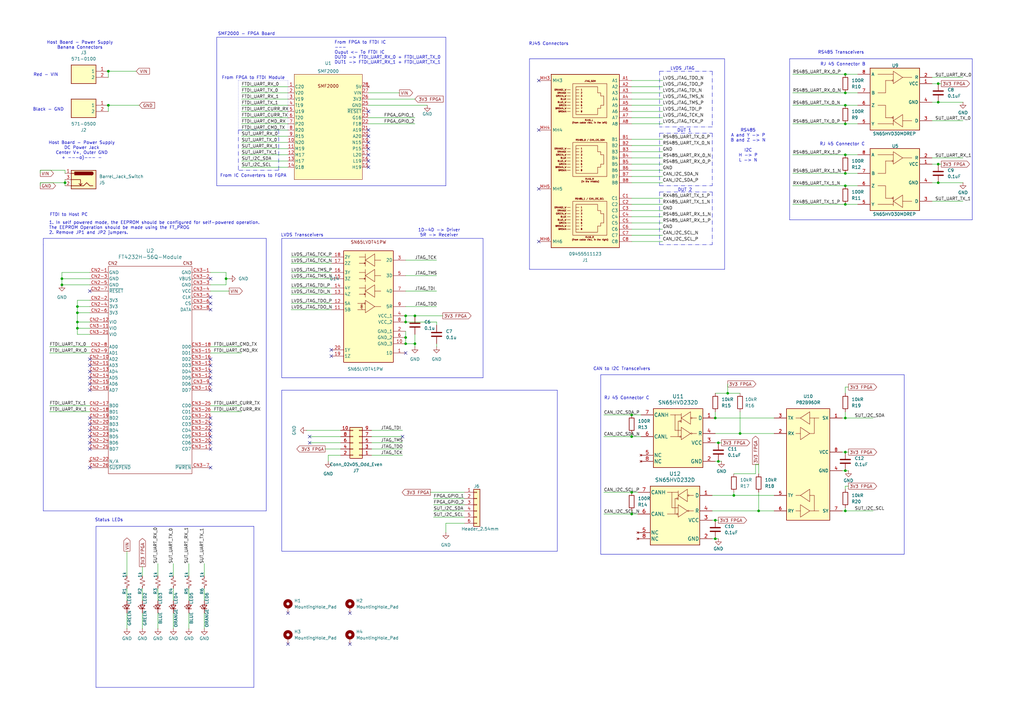
<source format=kicad_sch>
(kicad_sch (version 20231120) (generator "eeschema") (generator_version "8.0")
  (paper "A3")
  (junction (at 384.81 67.31))
  (junction (at 166.37 140.97))
  (junction (at 259.08 201.93))
  (junction (at 293.37 220.98))
  (junction (at 346.71 171.45))
  (junction (at 31.75 134.62))
  (junction (at 300.99 203.2))
  (junction (at 294.64 181.61))
  (junction (at 25.4 114.3))
  (junction (at 293.37 213.36))
  (junction (at 384.81 41.91))
  (junction (at 294.64 189.23))
  (junction (at 384.81 74.93))
  (junction (at 346.71 76.2))
  (junction (at 293.37 171.45))
  (junction (at 166.37 129.54))
  (junction (at 25.4 116.84))
  (junction (at 346.71 50.8))
  (junction (at 166.37 132.08))
  (junction (at 44.45 29.21))
  (junction (at 170.18 129.54))
  (junction (at 346.71 185.42))
  (junction (at 44.45 43.18))
  (junction (at 346.71 83.82))
  (junction (at 311.15 209.55))
  (junction (at 346.71 71.12))
  (junction (at 92.71 114.3))
  (junction (at 31.75 125.73))
  (junction (at 384.81 34.29))
  (junction (at 31.75 132.08))
  (junction (at 298.45 161.29))
  (junction (at 346.71 38.1))
  (junction (at 303.53 177.8))
  (junction (at 259.08 170.18))
  (junction (at 170.18 140.97))
  (junction (at 259.08 179.07))
  (junction (at 346.71 63.5))
  (junction (at 26.67 74.93))
  (junction (at 31.75 128.27))
  (junction (at 259.08 210.82))
  (junction (at 346.71 193.04))
  (junction (at 346.71 43.18))
  (junction (at 346.71 30.48))
  (junction (at 346.71 209.55))
  (junction (at 166.37 138.43))
  (no_connect (at 220.98 53.34))
  (no_connect (at 36.83 179.07))
  (no_connect (at 36.83 181.61))
  (no_connect (at 86.36 149.86))
  (no_connect (at 151.13 68.58))
  (no_connect (at 135.89 146.05))
  (no_connect (at 36.83 154.94))
  (no_connect (at 86.36 171.45))
  (no_connect (at 36.83 160.02))
  (no_connect (at 36.83 119.38))
  (no_connect (at 36.83 171.45))
  (no_connect (at 36.83 152.4))
  (no_connect (at 86.36 184.15))
  (no_connect (at 151.13 63.5))
  (no_connect (at 143.51 264.16))
  (no_connect (at 151.13 53.34))
  (no_connect (at 36.83 149.86))
  (no_connect (at 86.36 179.07))
  (no_connect (at 118.11 251.46))
  (no_connect (at 86.36 152.4))
  (no_connect (at 166.37 144.78))
  (no_connect (at 86.36 127))
  (no_connect (at 36.83 157.48))
  (no_connect (at 86.36 157.48))
  (no_connect (at 36.83 176.53))
  (no_connect (at 220.98 77.47))
  (no_connect (at 143.51 251.46))
  (no_connect (at 127 181.61))
  (no_connect (at 151.13 58.42))
  (no_connect (at 220.98 99.06))
  (no_connect (at 151.13 60.96))
  (no_connect (at 86.36 160.02))
  (no_connect (at 127 179.07))
  (no_connect (at 86.36 191.77))
  (no_connect (at 86.36 181.61))
  (no_connect (at 86.36 147.32))
  (no_connect (at 36.83 184.15))
  (no_connect (at 86.36 154.94))
  (no_connect (at 36.83 173.99))
  (no_connect (at 151.13 55.88))
  (no_connect (at 86.36 124.46))
  (no_connect (at 135.89 143.51))
  (no_connect (at 86.36 173.99))
  (no_connect (at 165.1 179.07))
  (no_connect (at 86.36 176.53))
  (no_connect (at 86.36 114.3))
  (no_connect (at 220.98 33.02))
  (no_connect (at 36.83 191.77))
  (no_connect (at 151.13 66.04))
  (no_connect (at 118.11 264.16))
  (no_connect (at 36.83 147.32))
  (no_connect (at 151.13 45.72))
  (no_connect (at 86.36 121.92))
  (wire (pts (xy 292.1 209.55) (xy 311.15 209.55)))
  (wire (pts (xy 31.75 134.62) (xy 36.83 134.62)))
  (wire (pts (xy 99.06 60.96) (xy 118.11 60.96)))
  (polyline (pts (xy 198.12 97.79) (xy 198.12 154.94)))
  (wire (pts (xy 394.97 82.55) (xy 382.27 82.55)))
  (wire (pts (xy 259.08 83.82) (xy 271.78 83.82)))
  (wire (pts (xy 303.53 168.91) (xy 303.53 177.8)))
  (wire (pts (xy 346.71 171.45) (xy 358.14 171.45)))
  (wire (pts (xy 36.83 137.16) (xy 31.75 137.16)))
  (wire (pts (xy 259.08 170.18) (xy 262.89 170.18)))
  (wire (pts (xy 166.37 119.38) (xy 179.07 119.38)))
  (wire (pts (xy 182.88 218.44) (xy 182.88 214.63)))
  (wire (pts (xy 44.45 43.18) (xy 44.45 45.72)))
  (wire (pts (xy 351.79 43.18) (xy 346.71 43.18)))
  (wire (pts (xy 44.45 43.18) (xy 57.15 43.18)))
  (wire (pts (xy 346.71 209.55) (xy 358.14 209.55)))
  (wire (pts (xy 293.37 181.61) (xy 294.64 181.61)))
  (wire (pts (xy 394.97 64.77) (xy 382.27 64.77)))
  (wire (pts (xy 351.79 30.48) (xy 346.71 30.48)))
  (wire (pts (xy 346.71 199.39) (xy 347.98 199.39)))
  (polyline (pts (xy 292.1 29.21) (xy 292.1 52.07)) (stroke (width 0) (type dash_dot)))
  (wire (pts (xy 64.77 251.46) (xy 64.77 257.81)))
  (wire (pts (xy 134.62 186.69) (xy 139.7 186.69)))
  (polyline (pts (xy 39.37 215.9) (xy 39.37 281.94)))
  (wire (pts (xy 119.38 127) (xy 135.89 127)))
  (polyline (pts (xy 292.1 52.07) (xy 270.51 52.07)) (stroke (width 0) (type dash_dot)))
  (wire (pts (xy 31.75 128.27) (xy 36.83 128.27)))
  (wire (pts (xy 259.08 35.56) (xy 271.78 35.56)))
  (wire (pts (xy 20.32 166.37) (xy 36.83 166.37)))
  (wire (pts (xy 52.07 226.06) (xy 52.07 236.22)))
  (wire (pts (xy 293.37 161.29) (xy 298.45 161.29)))
  (wire (pts (xy 182.88 214.63) (xy 190.5 214.63)))
  (wire (pts (xy 259.08 45.72) (xy 271.78 45.72)))
  (wire (pts (xy 77.47 231.14) (xy 77.47 236.22)))
  (polyline (pts (xy 270.51 54.61) (xy 292.1 54.61)) (stroke (width 0) (type dash_dot)))
  (wire (pts (xy 83.82 231.14) (xy 83.82 236.22)))
  (wire (pts (xy 92.71 111.76) (xy 92.71 114.3)))
  (wire (pts (xy 346.71 199.39) (xy 346.71 200.66)))
  (wire (pts (xy 99.06 66.04) (xy 118.11 66.04)))
  (polyline (pts (xy 270.51 29.21) (xy 270.51 52.07)) (stroke (width 0) (type dash_dot)))
  (polyline (pts (xy 370.84 153.67) (xy 370.84 227.33)))
  (wire (pts (xy 20.32 168.91) (xy 36.83 168.91)))
  (polyline (pts (xy 115.57 97.79) (xy 198.12 97.79)))
  (wire (pts (xy 346.71 193.04) (xy 347.98 193.04)))
  (wire (pts (xy 351.79 71.12) (xy 346.71 71.12)))
  (wire (pts (xy 99.06 58.42) (xy 118.11 58.42)))
  (wire (pts (xy 20.32 144.78) (xy 36.83 144.78)))
  (wire (pts (xy 99.06 40.64) (xy 118.11 40.64)))
  (wire (pts (xy 177.8 204.47) (xy 190.5 204.47)))
  (wire (pts (xy 259.08 96.52) (xy 271.78 96.52)))
  (polyline (pts (xy 88.9 15.24) (xy 88.9 76.2)))
  (polyline (pts (xy 246.38 153.67) (xy 370.84 153.67)))
  (wire (pts (xy 259.08 177.8) (xy 259.08 179.07)))
  (wire (pts (xy 151.13 48.26) (xy 170.18 48.26)))
  (wire (pts (xy 77.47 251.46) (xy 77.47 257.81)))
  (polyline (pts (xy 292.1 54.61) (xy 292.1 76.2)) (stroke (width 0) (type dash_dot)))
  (wire (pts (xy 36.83 111.76) (xy 25.4 111.76)))
  (wire (pts (xy 25.4 114.3) (xy 25.4 116.84)))
  (wire (pts (xy 346.71 43.18) (xy 325.12 43.18)))
  (wire (pts (xy 166.37 129.54) (xy 170.18 129.54)))
  (wire (pts (xy 99.06 45.72) (xy 118.11 45.72)))
  (wire (pts (xy 346.71 50.8) (xy 325.12 50.8)))
  (wire (pts (xy 298.45 157.48) (xy 298.45 161.29)))
  (polyline (pts (xy 270.51 76.2) (xy 292.1 76.2)) (stroke (width 0) (type dash_dot)))
  (wire (pts (xy 86.36 168.91) (xy 99.06 168.91)))
  (wire (pts (xy 166.37 113.03) (xy 179.07 113.03)))
  (wire (pts (xy 133.35 184.15) (xy 139.7 184.15)))
  (wire (pts (xy 152.4 181.61) (xy 165.1 181.61)))
  (wire (pts (xy 152.4 176.53) (xy 165.1 176.53)))
  (wire (pts (xy 31.75 132.08) (xy 36.83 132.08)))
  (polyline (pts (xy 270.51 29.21) (xy 292.1 29.21)) (stroke (width 0) (type dash_dot)))
  (wire (pts (xy 64.77 231.14) (xy 64.77 236.22)))
  (wire (pts (xy 31.75 128.27) (xy 31.75 132.08)))
  (polyline (pts (xy 88.9 15.24) (xy 182.88 15.24)))
  (wire (pts (xy 166.37 132.08) (xy 179.07 132.08)))
  (wire (pts (xy 293.37 168.91) (xy 293.37 171.45)))
  (wire (pts (xy 16.51 74.93) (xy 26.67 74.93)))
  (wire (pts (xy 346.71 208.28) (xy 346.71 209.55)))
  (wire (pts (xy 99.06 35.56) (xy 118.11 35.56)))
  (wire (pts (xy 127 179.07) (xy 139.7 179.07)))
  (wire (pts (xy 119.38 107.95) (xy 135.89 107.95)))
  (polyline (pts (xy 17.78 209.55) (xy 109.22 209.55)))
  (wire (pts (xy 166.37 138.43) (xy 166.37 140.97)))
  (wire (pts (xy 99.06 50.8) (xy 118.11 50.8)))
  (wire (pts (xy 292.1 220.98) (xy 293.37 220.98)))
  (wire (pts (xy 92.71 116.84) (xy 92.71 114.3)))
  (wire (pts (xy 247.65 170.18) (xy 259.08 170.18)))
  (polyline (pts (xy 115.57 97.79) (xy 115.57 154.94)))
  (wire (pts (xy 170.18 142.24) (xy 170.18 140.97)))
  (wire (pts (xy 259.08 93.98) (xy 271.78 93.98)))
  (polyline (pts (xy 270.51 100.33) (xy 292.1 100.33)) (stroke (width 0) (type dash_dot)))
  (wire (pts (xy 93.98 114.3) (xy 92.71 114.3)))
  (wire (pts (xy 119.38 105.41) (xy 135.89 105.41)))
  (wire (pts (xy 26.67 69.85) (xy 26.67 71.12)))
  (wire (pts (xy 293.37 189.23) (xy 294.64 189.23)))
  (wire (pts (xy 351.79 38.1) (xy 346.71 38.1)))
  (wire (pts (xy 177.8 209.55) (xy 190.5 209.55)))
  (wire (pts (xy 151.13 43.18) (xy 175.26 43.18)))
  (polyline (pts (xy 246.38 153.67) (xy 246.38 227.33)))
  (wire (pts (xy 179.07 132.08) (xy 179.07 133.35)))
  (wire (pts (xy 394.97 41.91) (xy 384.81 41.91)))
  (wire (pts (xy 311.15 194.31) (xy 311.15 190.5)))
  (wire (pts (xy 346.71 83.82) (xy 325.12 83.82)))
  (wire (pts (xy 259.08 91.44) (xy 271.78 91.44)))
  (polyline (pts (xy 370.84 227.33) (xy 246.38 227.33)))
  (polyline (pts (xy 17.78 97.79) (xy 17.78 100.33)))
  (wire (pts (xy 99.06 55.88) (xy 118.11 55.88)))
  (wire (pts (xy 311.15 201.93) (xy 311.15 209.55)))
  (polyline (pts (xy 297.18 24.13) (xy 297.18 110.49)))
  (wire (pts (xy 71.12 241.3) (xy 71.12 246.38)))
  (wire (pts (xy 177.8 212.09) (xy 190.5 212.09)))
  (wire (pts (xy 25.4 116.84) (xy 36.83 116.84)))
  (wire (pts (xy 394.97 49.53) (xy 382.27 49.53)))
  (polyline (pts (xy 398.78 90.17) (xy 323.85 90.17)))
  (polyline (pts (xy 182.88 15.24) (xy 182.88 76.2)))
  (wire (pts (xy 86.36 166.37) (xy 99.06 166.37)))
  (wire (pts (xy 36.83 123.19) (xy 31.75 123.19)))
  (polyline (pts (xy 97.79 33.02) (xy 97.79 53.34)) (stroke (width 0) (type dot)))
  (wire (pts (xy 384.81 34.29) (xy 382.27 34.29)))
  (wire (pts (xy 259.08 74.93) (xy 271.78 74.93)))
  (polyline (pts (xy 217.17 24.13) (xy 217.17 110.49)))
  (polyline (pts (xy 270.51 78.74) (xy 270.51 100.33)) (stroke (width 0) (type dash_dot)))
  (wire (pts (xy 166.37 140.97) (xy 170.18 140.97)))
  (polyline (pts (xy 17.78 100.33) (xy 17.78 209.55)))
  (wire (pts (xy 71.12 251.46) (xy 71.12 257.81)))
  (wire (pts (xy 119.38 124.46) (xy 135.89 124.46)))
  (polyline (pts (xy 97.79 33.02) (xy 118.11 33.02)) (stroke (width 0) (type dot)))
  (wire (pts (xy 170.18 129.54) (xy 181.61 129.54)))
  (wire (pts (xy 259.08 43.18) (xy 271.78 43.18)))
  (wire (pts (xy 26.67 74.93) (xy 26.67 76.2)))
  (polyline (pts (xy 102.87 53.34) (xy 102.87 53.34)))
  (wire (pts (xy 345.44 209.55) (xy 346.71 209.55)))
  (wire (pts (xy 247.65 179.07) (xy 259.08 179.07)))
  (polyline (pts (xy 292.1 78.74) (xy 292.1 100.33)) (stroke (width 0) (type dash_dot)))
  (wire (pts (xy 119.38 118.11) (xy 135.89 118.11)))
  (polyline (pts (xy 323.85 24.13) (xy 323.85 90.17)))
  (wire (pts (xy 119.38 120.65) (xy 135.89 120.65)))
  (wire (pts (xy 351.79 83.82) (xy 346.71 83.82)))
  (wire (pts (xy 259.08 40.64) (xy 271.78 40.64)))
  (wire (pts (xy 151.13 38.1) (xy 163.83 38.1)))
  (wire (pts (xy 99.06 38.1) (xy 118.11 38.1)))
  (wire (pts (xy 247.65 201.93) (xy 259.08 201.93)))
  (wire (pts (xy 384.81 74.93) (xy 382.27 74.93)))
  (wire (pts (xy 31.75 125.73) (xy 31.75 128.27)))
  (wire (pts (xy 16.51 76.2) (xy 16.51 74.93)))
  (polyline (pts (xy 115.57 160.02) (xy 228.6 160.02)))
  (wire (pts (xy 99.06 63.5) (xy 118.11 63.5)))
  (wire (pts (xy 58.42 232.41) (xy 58.42 236.22)))
  (wire (pts (xy 166.37 135.89) (xy 166.37 138.43)))
  (wire (pts (xy 384.81 41.91) (xy 382.27 41.91)))
  (wire (pts (xy 20.32 142.24) (xy 36.83 142.24)))
  (wire (pts (xy 293.37 213.36) (xy 294.64 213.36)))
  (wire (pts (xy 166.37 132.08) (xy 166.37 129.54)))
  (wire (pts (xy 99.06 53.34) (xy 118.11 53.34)))
  (wire (pts (xy 346.71 168.91) (xy 346.71 171.45)))
  (wire (pts (xy 309.88 190.5) (xy 309.88 194.31)))
  (wire (pts (xy 259.08 48.26) (xy 271.78 48.26)))
  (wire (pts (xy 151.13 50.8) (xy 170.18 50.8)))
  (wire (pts (xy 31.75 134.62) (xy 31.75 132.08)))
  (polyline (pts (xy 217.17 24.13) (xy 297.18 24.13)))
  (polyline (pts (xy 39.37 215.9) (xy 104.14 215.9)))
  (wire (pts (xy 247.65 210.82) (xy 259.08 210.82)))
  (wire (pts (xy 294.64 189.23) (xy 295.91 189.23)))
  (wire (pts (xy 259.08 57.15) (xy 271.78 57.15)))
  (wire (pts (xy 86.36 142.24) (xy 99.06 142.24)))
  (wire (pts (xy 259.08 38.1) (xy 271.78 38.1)))
  (wire (pts (xy 345.44 193.04) (xy 346.71 193.04)))
  (wire (pts (xy 99.06 43.18) (xy 118.11 43.18)))
  (polyline (pts (xy 115.57 160.02) (xy 115.57 226.06)))
  (polyline (pts (xy 182.88 76.2) (xy 88.9 76.2)))
  (wire (pts (xy 259.08 64.77) (xy 271.78 64.77)))
  (wire (pts (xy 300.99 194.31) (xy 309.88 194.31)))
  (wire (pts (xy 345.44 185.42) (xy 346.71 185.42)))
  (wire (pts (xy 177.8 207.01) (xy 190.5 207.01)))
  (wire (pts (xy 259.08 210.82) (xy 261.62 210.82)))
  (wire (pts (xy 394.97 31.75) (xy 382.27 31.75)))
  (wire (pts (xy 36.83 114.3) (xy 25.4 114.3)))
  (wire (pts (xy 166.37 125.73) (xy 179.07 125.73)))
  (wire (pts (xy 293.37 220.98) (xy 294.64 220.98)))
  (wire (pts (xy 31.75 137.16) (xy 31.75 134.62)))
  (wire (pts (xy 259.08 67.31) (xy 271.78 67.31)))
  (wire (pts (xy 31.75 125.73) (xy 36.83 125.73)))
  (polyline (pts (xy 323.85 24.13) (xy 398.78 24.13)))
  (polyline (pts (xy 104.14 215.9) (xy 104.14 281.94)))
  (wire (pts (xy 25.4 111.76) (xy 25.4 114.3)))
  (wire (pts (xy 259.08 62.23) (xy 271.78 62.23)))
  (wire (pts (xy 259.08 86.36) (xy 271.78 86.36)))
  (wire (pts (xy 86.36 111.76) (xy 92.71 111.76)))
  (wire (pts (xy 152.4 186.69) (xy 165.1 186.69)))
  (wire (pts (xy 311.15 190.5) (xy 309.88 190.5)))
  (wire (pts (xy 259.08 81.28) (xy 271.78 81.28)))
  (wire (pts (xy 64.77 241.3) (xy 64.77 246.38)))
  (wire (pts (xy 259.08 33.02) (xy 271.78 33.02)))
  (wire (pts (xy 58.42 241.3) (xy 58.42 246.38)))
  (wire (pts (xy 346.71 30.48) (xy 325.12 30.48)))
  (polyline (pts (xy 114.3 53.34) (xy 114.3 69.85)) (stroke (width 0) (type dash_dot)))
  (wire (pts (xy 259.08 50.8) (xy 271.78 50.8)))
  (polyline (pts (xy 398.78 24.13) (xy 398.78 90.17)))
  (wire (pts (xy 26.67 74.93) (xy 26.67 73.66)))
  (wire (pts (xy 152.4 184.15) (xy 165.1 184.15)))
  (polyline (pts (xy 228.6 226.06) (xy 115.57 226.06)))
  (polyline (pts (xy 97.79 53.34) (xy 97.79 69.85)) (stroke (width 0) (type dash_dot)))
  (wire (pts (xy 386.08 67.31) (xy 384.81 67.31)))
  (wire (pts (xy 351.79 76.2) (xy 346.71 76.2)))
  (wire (pts (xy 346.71 63.5) (xy 325.12 63.5)))
  (polyline (pts (xy 104.14 281.94) (xy 39.37 281.94)))
  (wire (pts (xy 125.73 176.53) (xy 139.7 176.53)))
  (wire (pts (xy 99.06 68.58) (xy 118.11 68.58)))
  (wire (pts (xy 86.36 119.38) (xy 93.98 119.38)))
  (wire (pts (xy 294.64 181.61) (xy 295.91 181.61)))
  (wire (pts (xy 293.37 171.45) (xy 317.5 171.45)))
  (wire (pts (xy 351.79 50.8) (xy 346.71 50.8)))
  (wire (pts (xy 259.08 72.39) (xy 271.78 72.39)))
  (polyline (pts (xy 270.51 54.61) (xy 270.51 76.2)) (stroke (width 0) (type dash_dot)))
  (wire (pts (xy 346.71 38.1) (xy 325.12 38.1)))
  (wire (pts (xy 77.47 241.3) (xy 77.47 246.38)))
  (wire (pts (xy 170.18 140.97) (xy 170.18 137.16)))
  (wire (pts (xy 119.38 111.76) (xy 135.89 111.76)))
  (wire (pts (xy 351.79 63.5) (xy 346.71 63.5)))
  (wire (pts (xy 300.99 203.2) (xy 317.5 203.2)))
  (wire (pts (xy 99.06 48.26) (xy 118.11 48.26)))
  (wire (pts (xy 16.51 71.12) (xy 16.51 69.85)))
  (wire (pts (xy 259.08 209.55) (xy 259.08 210.82)))
  (wire (pts (xy 298.45 161.29) (xy 303.53 161.29)))
  (wire (pts (xy 58.42 251.46) (xy 58.42 257.81)))
  (polyline (pts (xy 270.51 78.74) (xy 292.1 78.74)) (stroke (width 0) (type dash_dot)))
  (polyline (pts (xy 114.3 69.85) (xy 97.79 69.85)) (stroke (width 0) (type dash_dot)))
  (wire (pts (xy 311.15 209.55) (xy 317.5 209.55)))
  (wire (pts (xy 152.4 179.07) (xy 165.1 179.07)))
  (wire (pts (xy 44.45 29.21) (xy 55.88 29.21)))
  (polyline (pts (xy 228.6 160.02) (xy 228.6 226.06)))
  (polyline (pts (xy 297.18 110.49) (xy 217.17 110.49)))
  (wire (pts (xy 179.07 142.24) (xy 179.07 140.97)))
  (wire (pts (xy 346.71 76.2) (xy 325.12 76.2)))
  (wire (pts (xy 134.62 186.69) (xy 134.62 189.23)))
  (wire (pts (xy 83.82 241.3) (xy 83.82 246.38)))
  (wire (pts (xy 259.08 59.69) (xy 271.78 59.69)))
  (wire (pts (xy 259.08 179.07) (xy 262.89 179.07)))
  (wire (pts (xy 259.08 99.06) (xy 271.78 99.06)))
  (polyline (pts (xy 17.78 97.79) (xy 109.22 97.79)))
  (wire (pts (xy 44.45 29.21) (xy 44.45 31.75)))
  (wire (pts (xy 345.44 171.45) (xy 346.71 171.45)))
  (wire (pts (xy 151.13 40.64) (xy 170.18 40.64)))
  (wire (pts (xy 303.53 177.8) (xy 317.5 177.8)))
  (wire (pts (xy 86.36 116.84) (xy 92.71 116.84)))
  (wire (pts (xy 386.08 34.29) (xy 384.81 34.29)))
  (wire (pts (xy 346.71 71.12) (xy 325.12 71.12)))
  (wire (pts (xy 119.38 114.3) (xy 135.89 114.3)))
  (polyline (pts (xy 198.12 154.94) (xy 115.57 154.94)))
  (wire (pts (xy 83.82 251.46) (xy 83.82 257.81)))
  (wire (pts (xy 292.1 213.36) (xy 293.37 213.36)))
  (polyline (pts (xy 97.79 53.34) (xy 114.3 53.34)) (stroke (width 0) (type dash_dot)))
  (wire (pts (xy 176.53 201.93) (xy 190.5 201.93)))
  (wire (pts (xy 347.98 158.75) (xy 346.71 158.75)))
  (wire (pts (xy 52.07 241.3) (xy 52.07 246.38)))
  (wire (pts (xy 384.81 67.31) (xy 382.27 67.31)))
  (wire (pts (xy 300.99 201.93) (xy 300.99 203.2)))
  (wire (pts (xy 346.71 185.42) (xy 347.98 185.42)))
  (wire (pts (xy 16.51 69.85) (xy 26.67 69.85)))
  (wire (pts (xy 86.36 144.78) (xy 99.06 144.78)))
  (wire (pts (xy 293.37 177.8) (xy 303.53 177.8)))
  (wire (pts (xy 292.1 203.2) (xy 300.99 203.2)))
  (wire (pts (xy 261.62 201.93) (xy 259.08 201.93)))
  (wire (pts (xy 259.08 69.85) (xy 271.78 69.85)))
  (wire (pts (xy 166.37 106.68) (xy 179.07 106.68)))
  (wire (pts (xy 127 181.61) (xy 139.7 181.61)))
  (wire (pts (xy 394.97 74.93) (xy 384.81 74.93)))
  (wire (pts (xy 31.75 123.19) (xy 31.75 125.73)))
  (wire (pts (xy 52.07 251.46) (xy 52.07 257.81)))
  (wire (pts (xy 71.12 231.14) (xy 71.12 236.22)))
  (polyline (pts (xy 118.11 53.34) (xy 97.79 53.34)) (stroke (width 0) (type dot)))
  (polyline (pts (xy 109.22 209.55) (xy 109.22 97.79)))
  (wire (pts (xy 346.71 158.75) (xy 346.71 161.29)))
  (wire (pts (xy 259.08 88.9) (xy 271.78 88.9)))
  (polyline (pts (xy 118.11 33.02) (xy 118.11 53.34)) (stroke (width 0) (type dot)))
  (text "RJ45 Connectors" (at 225.044 18.034 0) (effects (font (size 1.27 1.27))))
  (text "Status LEDs" (at 44.704 213.36 0) (effects (font (size 1.27 1.27))))
  (text "RJ 45 Connector B" (at 345.694 26.416 0) (effects (font (size 1.27 1.27))))
  (text "Black - GND" (at 19.812 44.958 0) (effects (font (size 1.27 1.27))))
  (text "SMF2000 - FPGA Board" (at 101.092 13.97 0) (effects (font (size 1.27 1.27))))
  (text "1D-4D -> Driver\n5R -> Receiver" (at 180.086 95.504 0) (effects (font (size 1.27 1.27))))
  (text "1. In self powered mode, the EEPROM should be configured for self-powered operation.\nThe EEPROM Operation should be made using the FT_PROG\n2. Remove JP1 and JP2 jumpers." (at 20.066 93.472 0) (effects (font (size 1.27 1.27)) (justify left)))
  (text "Host Board - Power Supply\nDC Power Jack\nCenter V+, Outer GND\n+ ---o)--- -" (at 33.528 61.722 0) (effects (font (size 1.27 1.27))))
  (text "DUT 2" (at 280.924 77.978 0) (effects (font (size 1.27 1.27))))
  (text "RJ 45 Connector C" (at 257.048 163.322 0) (effects (font (size 1.27 1.27))))
  (text "LVDS JTAG" (at 279.908 28.194 0) (effects (font (size 1.27 1.27))))
  (text "From IC Converters to FGPA\n" (at 103.886 72.136 0) (effects (font (size 1.27 1.27))))
  (text "RJ 45 Connector C" (at 345.44 59.182 0) (effects (font (size 1.27 1.27))))
  (text "RS485\nA and Y -> P\nB and Z -> N\n\nI2C\nH -> P\nL -> N" (at 306.832 59.69 0) (effects (font (size 1.27 1.27))))
  (text "Red - VIN" (at 18.796 30.734 0) (effects (font (size 1.27 1.27))))
  (text "CAN to I2C Transceivers" (at 255.016 151.384 0) (effects (font (size 1.27 1.27))))
  (text "LVDS Transceivers" (at 123.952 96.52 0) (effects (font (size 1.27 1.27))))
  (text "FTDI to Host PC" (at 28.194 88.138 0) (effects (font (size 1.27 1.27))))
  (text "Host Board - Power Supply\nBanana Connectors" (at 32.766 18.542 0) (effects (font (size 1.27 1.27))))
  (text "From FPGA to FTDI IC\n---\nOuput <- To FTDI IC\nDUT0 -> FTDI_UART_RX_0 + FTDI_UART_TX_0\nDUT1 -> FTDI_UART_RX_1 + FTDI_UART_TX_1" (at 137.16 21.59 0) (effects (font (size 1.27 1.27)) (justify left)))
  (text "DUT 1" (at 280.67 53.594 0) (effects (font (size 1.27 1.27))))
  (text "From FPGA to FTDI Module\n" (at 103.886 32.004 0) (effects (font (size 1.27 1.27))))
  (text "RS485 Transceivers" (at 344.932 21.59 0) (effects (font (size 1.27 1.27))))
  (label "JTAG_TDI" (at 156.21 176.53 0))
  (label "RX485_UART_TX_1_P" (at 325.12 83.82 0))
  (label "SUT_UART_RX_0" (at 383.54 31.75 0))
  (label "LVDS_JTAG_TDI_N" (at 271.78 38.1 0))
  (label "RX485_UART_TX_1_N" (at 271.78 83.82 0))
  (label "SUT_I2C_SDA" (at 350.52 171.45 0))
  (label "LVDS_JTAG_TCK_P" (at 119.38 105.41 0))
  (label "FPGA_GPIO_1" (at 177.8 204.47 0))
  (label "SUT_I2C_SCL" (at 99.06 68.58 0))
  (label "JTAG_TMS" (at 170.18 113.03 0))
  (label "JTAG_TDO" (at 156.21 184.15 0))
  (label "LVDS_JTAG_TDI_P" (at 119.38 118.11 0))
  (label "CAN_I2C_SCL_P" (at 271.78 99.06 0))
  (label "RS485_UART_RX_0_P" (at 271.78 67.31 0))
  (label "SUT_UART_RX_0" (at 99.06 55.88 0))
  (label "RS485_UART_TX_0_P" (at 325.12 50.8 0))
  (label "RS485_UART_RX_0_N" (at 325.12 38.1 0))
  (label "RS485_UART_RX_0_N" (at 271.78 64.77 0))
  (label "JTAG_TCK" (at 156.21 186.69 0))
  (label "RS485_UART_RX_0_P" (at 325.12 30.48 0))
  (label "FTDI_UART_TX_0" (at 99.06 38.1 0))
  (label "RX485_UART_TX_1_P" (at 271.78 81.28 0))
  (label "LVDS_JTAG_TCK_P" (at 271.78 50.8 0))
  (label "SUT_I2C_SCL" (at 350.52 209.55 0))
  (label "FTDI_UART_TX_0" (at 20.32 142.24 0))
  (label "SUT_I2C_SCL" (at 177.8 212.09 0))
  (label "LVDS_JTAG_TMS_P" (at 119.38 111.76 0))
  (label "CAN_I2C_SCL_P" (at 247.65 201.93 0))
  (label "JTAG_TDO" (at 170.18 125.73 0))
  (label "CAN_I2C_SCL_N" (at 271.78 96.52 0))
  (label "JTAG_TCK" (at 170.18 106.68 0))
  (label "RS485_UART_RX_1_N" (at 271.78 88.9 0))
  (label "SUT_I2C_SDA" (at 177.8 209.55 0))
  (label "LVDS_JTAG_TMS_P" (at 271.78 43.18 0))
  (label "SUT_UART_RX_0" (at 64.77 231.14 90))
  (label "GND" (at 271.78 62.23 0))
  (label "LVDS_JTAG_TCK_N" (at 119.38 107.95 0))
  (label "SUT_UART_TX_0" (at 99.06 58.42 0))
  (label "FPGA_GPIO_2" (at 177.8 207.01 0))
  (label "FTDI_UART_CURR_TX" (at 87.63 166.37 0))
  (label "GND" (at 271.78 86.36 0))
  (label "CAN_I2C_SCL_N" (at 247.65 210.82 0))
  (label "FTDI_UART_CURR_RX" (at 87.63 168.91 0))
  (label "GND" (at 271.78 69.85 0))
  (label "RX485_UART_TX_1_N" (at 325.12 76.2 0))
  (label "RS485_UART_RX_1_P" (at 325.12 63.5 0))
  (label "FPGA_GPIO_1" (at 157.48 48.26 0))
  (label "JTAG_TDI" (at 170.18 119.38 0))
  (label "LVDS_JTAG_TDO_P" (at 119.38 124.46 0))
  (label "FTDI_UART_TX_1" (at 99.06 43.18 0))
  (label "RS485_UART_TX_0_N" (at 325.12 43.18 0))
  (label "RS485_UART_RX_1_N" (at 325.12 71.12 0))
  (label "SUT_UART_TX_1" (at 383.54 82.55 0))
  (label "FTDI_UART_RX_0" (at 20.32 144.78 0))
  (label "SUT_UART_TX_0" (at 383.54 49.53 0))
  (label "LVDS_JTAG_TDI_P" (at 271.78 45.72 0))
  (label "LVDS_JTAG_TDO_N" (at 271.78 33.02 0))
  (label "CAN_I2C_SDA_N" (at 271.78 72.39 0))
  (label "SUT_UART_RX_1" (at 77.47 231.14 90))
  (label "SUT_UART_RX_1" (at 99.06 60.96 0))
  (label "RS485_UART_RX_1_P" (at 271.78 91.44 0))
  (label "SUT_UART_TX_1" (at 83.82 231.14 90))
  (label "FTDI_UART_RX_0" (at 99.06 35.56 0))
  (label "FPGA_GPIO_2" (at 157.48 50.8 0))
  (label "CAN_I2C_SDA_N" (at 247.65 179.07 0))
  (label "JTAG_TMS" (at 156.21 181.61 0))
  (label "LVDS_JTAG_TMS_N" (at 271.78 40.64 0))
  (label "RS485_UART_TX_0_N" (at 271.78 59.69 0))
  (label "LVDS_JTAG_TCK_N" (at 271.78 48.26 0))
  (label "LVDS_JTAG_TDO_P" (at 271.78 35.56 0))
  (label "SUT_UART_RX_1" (at 383.54 64.77 0))
  (label "FTDI_UART_CURR_TX" (at 99.06 48.26 0))
  (label "GND" (at 271.78 93.98 0))
  (label "RS485_UART_TX_0_P" (at 271.78 57.15 0))
  (label "SUT_UART_TX_1" (at 99.06 63.5 0))
  (label "SUT_UART_TX_0" (at 71.12 231.14 90))
  (label "FTDI_UART_CMD_RX" (at 99.06 50.8 0))
  (label "CAN_I2C_SDA_P" (at 271.78 74.93 0))
  (label "SUT_I2C_SDA" (at 99.06 66.04 0))
  (label "FTDI_UART_RX_1" (at 99.06 40.64 0))
  (label "LVDS_JTAG_TDO_N" (at 119.38 127 0))
  (label "FTDI_UART_TX_1" (at 20.32 166.37 0))
  (label "FTDI_UART_CMD_TX" (at 87.63 142.24 0))
  (label "LVDS_JTAG_TMS_N" (at 119.38 114.3 0))
  (label "FTDI_UART_RX_1" (at 20.32 168.91 0))
  (label "FTDI_UART_CURR_RX" (at 99.06 45.72 0))
  (label "LVDS_JTAG_TDI_N" (at 119.38 120.65 0))
  (label "FTDI_UART_CMD_TX" (at 99.06 53.34 0))
  (label "FTDI_UART_CMD_RX" (at 87.63 144.78 0))
  (label "CAN_I2C_SDA_P" (at 247.65 170.18 0))
  (global_label "3V3 FPGA" (shape output) (at 347.98 199.39 0) (property "Intersheetrefs" "${INTERSHEET_REFS}" (effects (hide yes))))
  (global_label "3V3 FPGA" (shape input) (at 170.18 40.64 0) (property "Intersheetrefs" "${INTERSHEET_REFS}" (effects (hide yes))))
  (global_label "GND" (shape output) (at 16.51 76.2 0) (property "Intersheetrefs" "${INTERSHEET_REFS}" (effects (hide yes))))
  (global_label "GND" (shape input) (at 57.15 43.18 0) (property "Intersheetrefs" "${INTERSHEET_REFS}" (effects (hide yes))))
  (global_label "3V3 FPGA" (shape output) (at 386.08 34.29 0) (property "Intersheetrefs" "${INTERSHEET_REFS}" (effects (hide yes))))
  (global_label "3V3 FPGA" (shape output) (at 347.98 158.75 0) (property "Intersheetrefs" "${INTERSHEET_REFS}" (effects (hide yes))))
  (global_label "VIN" (shape output) (at 16.51 71.12 0) (property "Intersheetrefs" "${INTERSHEET_REFS}" (effects (hide yes))))
  (global_label "3V3 FPGA" (shape output) (at 347.98 185.42 0) (property "Intersheetrefs" "${INTERSHEET_REFS}" (effects (hide yes))))
  (global_label "3V3 FPGA" (shape output) (at 181.61 129.54 0) (property "Intersheetrefs" "${INTERSHEET_REFS}" (effects (hide yes))))
  (global_label "3V3 FPGA" (shape output) (at 298.45 157.48 0) (property "Intersheetrefs" "${INTERSHEET_REFS}" (effects (hide yes))))
  (global_label "3V3 FPGA" (shape output) (at 386.08 67.31 0) (property "Intersheetrefs" "${INTERSHEET_REFS}" (effects (hide yes))))
  (global_label "VIN" (shape input) (at 55.88 29.21 0) (property "Intersheetrefs" "${INTERSHEET_REFS}" (effects (hide yes))))
  (global_label "3V3 FPGA" (shape output) (at 295.91 181.61 0) (property "Intersheetrefs" "${INTERSHEET_REFS}" (effects (hide yes))))
  (global_label "3V3 FPGA" (shape output) (at 294.64 213.36 0) (property "Intersheetrefs" "${INTERSHEET_REFS}" (effects (hide yes))))
  (global_label "VIN" (shape output) (at 93.98 119.38 0) (property "Intersheetrefs" "${INTERSHEET_REFS}" (effects (hide yes))))
  (global_label "3V3 FPGA" (shape output) (at 133.35 184.15 180) (property "Intersheetrefs" "${INTERSHEET_REFS}" (effects (hide yes))))
  (global_label "VIN" (shape output) (at 163.83 38.1 0) (property "Intersheetrefs" "${INTERSHEET_REFS}" (effects (hide yes))))
  (global_label "3V3 FPGA" (shape output) (at 58.42 232.41 90) (property "Intersheetrefs" "${INTERSHEET_REFS}" (effects (hide yes))))
  (global_label "3V3 FPGA" (shape output) (at 176.53 201.93 180) (property "Intersheetrefs" "${INTERSHEET_REFS}" (effects (hide yes))))
  (global_label "VIN" (shape output) (at 52.07 226.06 90) (property "Intersheetrefs" "${INTERSHEET_REFS}" (effects (hide yes))))
  (global_label "3V3 FPGA" (shape output) (at 309.88 190.5 90) (property "Intersheetrefs" "${INTERSHEET_REFS}" (effects (hide yes))))
  (symbol (lib_id "Banana Connector Red - 571-0500:571-0500") (at 44.45 43.18 0) (mirror y) (unit 1)
    (property "Reference" "J2" (at 34.29 53.34 0))
    (property "Value" "571-0500" (at 34.29 50.8 0))
    (property "Footprint" "Exp_board_host:5710500" (effects (hide yes)))
    (property "Datasheet" "https://componentsearchengine.com/Datasheets/1/571-0500.pdf" (effects (hide yes)))
    (property "Description" "Test Sockets SINGLE PCB SOCK RED" (effects (hide yes)))
    (property "Height" "12.4" (effects (hide yes)))
    (property "Mouser Part Number" "164-6219" (effects (hide yes)))
    (property "Mouser Price/Stock" "https://www.mouser.co.uk/ProductDetail/Deltron/571-0500?qs=E2gf03EXmtqN5S6PKlh9vA%3D%3D" (effects (hide yes)))
    (property "Manufacturer_Name" "DELTRON COMPONENTS" (effects (hide yes)))
    (property "Manufacturer_Part_Number" "571-0500" (effects (hide yes)))
  )
  (symbol (lib_id "Device:C") (at 384.81 71.12 0) (unit 1)
    (property "Reference" "C9" (at 388.62 69.8499 0) (effects (justify left)))
    (property "Value" "0.1uF" (at 388.62 72.3899 0) (effects (justify left)))
    (property "Footprint" "Capacitor_SMD:C_0805_2012Metric_Pad1.18x1.45mm_HandSolder" (effects (hide yes)))
    (property "Description" "Unpolarized capacitor" (effects (hide yes)))
  )
  (symbol (lib_id "Device:LED_Small") (at 58.42 248.92 90) (unit 1)
    (property "Reference" "LED2" (at 59.436 245.364 0))
    (property "Value" "GREEN" (at 59.436 253.492 0))
    (property "Footprint" "LED_SMD:LED_0805_2012Metric_Pad1.15x1.40mm_HandSolder" (effects (hide yes)))
    (property "Description" "Light emitting diode, small symbol" (effects (hide yes)))
  )
  (symbol (lib_id "Device:C") (at 384.81 38.1 0) (unit 1)
    (property "Reference" "C8" (at 388.62 36.8299 0) (effects (justify left)))
    (property "Value" "0.1uF" (at 388.62 39.3699 0) (effects (justify left)))
    (property "Footprint" "Capacitor_SMD:C_0805_2012Metric_Pad1.18x1.45mm_HandSolder" (effects (hide yes)))
    (property "Description" "Unpolarized capacitor" (effects (hide yes)))
  )
  (symbol (lib_id "Device:R_Small_US") (at 83.82 238.76 0) (mirror y) (unit 1)
    (property "Reference" "R6" (at 82.804 243.84 90) (effects (justify left)))
    (property "Value" "1k" (at 82.804 236.982 90) (effects (justify left)))
    (property "Footprint" "Resistor_SMD:R_0805_2012Metric_Pad1.20x1.40mm_HandSolder" (effects (hide yes)))
    (property "Description" "Resistor, small US symbol" (effects (hide yes)))
  )
  (symbol (lib_id "SN65LVDT41PW - Four LVDS drivers + One receiver:SN65LVDT41PW") (at 151.13 121.92 0) (mirror y) (unit 1)
    (property "Reference" "U14" (at 137.16 114.3 0))
    (property "Value" "SN65LVDT41PW" (at 149.86 151.384 0))
    (property "Footprint" "Exp_board_host:SN65LVDT41PW" (effects (hide yes)))
    (property "Datasheet" "http://www.ti.com/lit/gpn/sn65lvdt41" (effects (hide yes)))
    (property "Description" "Texas Instruments SN65LVDT41PW, LVDS Transceiver, 3  3.6 V, 20-Pin, TSSOP" (effects (hide yes)))
    (property "Height" "1.2" (effects (hide yes)))
    (property "Mouser Part Number" "595-SN65LVDT41PW" (effects (hide yes)))
    (property "Mouser Price/Stock" "https://www.mouser.co.uk/ProductDetail/Texas-Instruments/SN65LVDT41PW?qs=QViXGNcIEAu2oZm1OztEtQ%3D%3D" (effects (hide yes)))
    (property "Manufacturer_Name" "Texas Instruments" (effects (hide yes)))
    (property "Manufacturer_Part_Number" "SN65LVDT41PW" (effects (hide yes)))
  )
  (symbol (lib_id "Device:R") (at 346.71 204.47 0) (mirror y) (unit 1)
    (property "Reference" "R20" (at 349.25 205.7401 0) (effects (justify right)))
    (property "Value" "10kR" (at 349.25 203.2001 0) (effects (justify right)))
    (property "Footprint" "Resistor_SMD:R_0805_2012Metric_Pad1.20x1.40mm_HandSolder" (effects (hide yes)))
    (property "Description" "Resistor" (effects (hide yes)))
  )
  (symbol (lib_id "SN65HVD232D - I2C to CAN:SN65HVD232D") (at 293.37 213.36 0) (mirror y) (unit 1)
    (property "Reference" "U12" (at 276.86 194.31 0) (effects (font (size 1.524 1.524))))
    (property "Value" "SN65HVD232D" (at 276.86 196.85 0) (effects (font (size 1.524 1.524))))
    (property "Footprint" "Exp_board_host:SN65HVD232D" (effects (hide yes)))
  )
  (symbol (lib_id "power:GND") (at 347.98 193.04 0) (unit 1)
    (property "Reference" "#PWR020" (effects (hide yes)))
    (property "Value" "GND" (at 347.98 197.104 0))
    (property "Description" "Power symbol creates a global label with name \"GND\" , ground" (effects (hide yes)))
  )
  (symbol (lib_id "power:GND") (at 394.97 41.91 0) (unit 1)
    (property "Reference" "#PWR01" (effects (hide yes)))
    (property "Value" "GND" (at 394.97 46.228 0))
    (property "Description" "Power symbol creates a global label with name \"GND\" , ground" (effects (hide yes)))
  )
  (symbol (lib_id "Device:R") (at 311.15 198.12 0) (mirror y) (unit 1)
    (property "Reference" "R18" (at 313.69 199.3901 0) (effects (justify right)))
    (property "Value" "10kR" (at 313.69 196.8501 0) (effects (justify right)))
    (property "Footprint" "Resistor_SMD:R_0805_2012Metric_Pad1.20x1.40mm_HandSolder" (effects (hide yes)))
    (property "Description" "Resistor" (effects (hide yes)))
  )
  (symbol (lib_id "Device:LED_Small") (at 64.77 248.92 90) (unit 1)
    (property "Reference" "LED3" (at 65.786 245.364 0))
    (property "Value" "BLUE" (at 65.786 253.492 0))
    (property "Footprint" "LED_SMD:LED_0805_2012Metric_Pad1.15x1.40mm_HandSolder" (effects (hide yes)))
    (property "Description" "Light emitting diode, small symbol" (effects (hide yes)))
  )
  (symbol (lib_id "power:GND") (at 77.47 257.81 0) (unit 1)
    (property "Reference" "#PWR010" (effects (hide yes)))
    (property "Value" "GND" (at 77.47 261.874 0))
    (property "Description" "Power symbol creates a global label with name \"GND\" , ground" (effects (hide yes)))
  )
  (symbol (lib_id "Connector_Generic:Conn_01x06") (at 195.58 207.01 0) (unit 1)
    (property "Reference" "J6" (at 194.31 199.39 0) (effects (justify left)))
    (property "Value" "Header_2.54mm" (at 189.23 216.916 0) (effects (justify left)))
    (property "Footprint" "Connector_PinHeader_2.54mm:PinHeader_1x06_P2.54mm_Vertical" (effects (hide yes)))
    (property "Description" "Generic connector, single row, 01x06, script generated (kicad-library-utils/schlib/autogen/connector/)" (effects (hide yes)))
  )
  (symbol (lib_id "Banana Connector Red - 571-0500:571-0500") (at 44.45 29.21 0) (mirror y) (unit 1)
    (property "Reference" "J3" (at 34.29 21.59 0))
    (property "Value" "571-0100" (at 34.29 24.13 0))
    (property "Footprint" "Exp_board_host:5710500" (effects (hide yes)))
    (property "Datasheet" "https://componentsearchengine.com/Datasheets/1/571-0500.pdf" (effects (hide yes)))
    (property "Description" "Test Sockets SINGLE PCB SOCK RED" (effects (hide yes)))
    (property "Height" "12.4" (effects (hide yes)))
    (property "Mouser Part Number" "164-6219" (effects (hide yes)))
    (property "Mouser Price/Stock" "https://www.mouser.co.uk/ProductDetail/Deltron/571-0500?qs=E2gf03EXmtqN5S6PKlh9vA%3D%3D" (effects (hide yes)))
    (property "Manufacturer_Name" "DELTRON COMPONENTS" (effects (hide yes)))
    (property "Manufacturer_Part_Number" "571-0500" (effects (hide yes)))
  )
  (symbol (lib_id "Connector_Generic:Conn_02x05_Odd_Even") (at 147.32 181.61 180) (unit 1)
    (property "Reference" "J7" (at 146.05 193.04 0))
    (property "Value" "Conn_02x05_Odd_Even" (at 146.05 190.5 0))
    (property "Footprint" "Connector_IDC:IDC-Header_2x05_P2.54mm_Horizontal" (effects (hide yes)))
    (property "Description" "Generic connector, double row, 02x05, odd/even pin numbering scheme (row 1 odd numbers, row 2 even numbers), script generated (kicad-library-utils/schlib/autogen/connector/)" (effects (hide yes)))
  )
  (symbol (lib_id "power:GND") (at 64.77 257.81 0) (unit 1)
    (property "Reference" "#PWR08" (effects (hide yes)))
    (property "Value" "GND" (at 64.77 261.874 0))
    (property "Description" "Power symbol creates a global label with name \"GND\" , ground" (effects (hide yes)))
  )
  (symbol (lib_id "SN65HVD30MDREP - RS485 IC:SN65HVD30MDREP") (at 377.19 76.2 0) (mirror y) (unit 1)
    (property "Reference" "U5" (at 368.554 59.182 0) (effects (justify left top)))
    (property "Value" "SN65HVD30MDREP" (at 375.666 87.122 0) (effects (justify left top)))
    (property "Footprint" "Exp_board_host:SN65HVD30MDREP" (effects (hide yes)))
    (property "Datasheet" "http://www.ti.com/general/docs/suppproductinfo.tsp?distId=10&gotoUrl=http%3A%2F%2Fwww.ti.com%2Flit%2Fgpn%2Fsn65hvd30-ep" (effects (hide yes)))
    (property "Description" "3.3-V Full-Duplex Rs-485 Driver And Receiver" (effects (hide yes)))
    (property "Manufacturer_Part_Number" "SN65HVD30MDREP" (effects (hide yes)))
  )
  (symbol (lib_id "Device:R_Small_US") (at 58.42 238.76 0) (mirror y) (unit 1)
    (property "Reference" "R2" (at 57.404 243.84 90) (effects (justify left)))
    (property "Value" "1k" (at 57.404 236.982 90) (effects (justify left)))
    (property "Footprint" "Resistor_SMD:R_0805_2012Metric_Pad1.20x1.40mm_HandSolder" (effects (hide yes)))
    (property "Description" "Resistor, small US symbol" (effects (hide yes)))
  )
  (symbol (lib_id "Mechanical:MountingHole_Pad") (at 143.51 248.92 0) (unit 1)
    (property "Reference" "H2" (at 146.05 246.3799 0) (effects (justify left)))
    (property "Value" "MountingHole_Pad" (at 146.05 248.9199 0) (effects (justify left)))
    (property "Footprint" "MountingHole:MountingHole_2.7mm_Pad" (effects (hide yes)))
    (property "Description" "Mounting Hole with connection" (effects (hide yes)))
  )
  (symbol (lib_id "power:GND") (at 179.07 142.24 0) (unit 1)
    (property "Reference" "#PWR017" (effects (hide yes)))
    (property "Value" "GND" (at 179.07 147.32 0))
    (property "Description" "Power symbol creates a global label with name \"GND\" , ground" (effects (hide yes)))
  )
  (symbol (lib_id "SMF2000:SMF2000") (at 134.62 58.42 0) (unit 1)
    (property "Reference" "U1" (at 134.62 25.908 0))
    (property "Value" "SMF2000" (at 134.62 29.21 0))
    (property "Footprint" "SMF2000:SMF2000" (effects (hide yes)))
  )
  (symbol (lib_id "Device:R_Small_US") (at 71.12 238.76 0) (mirror y) (unit 1)
    (property "Reference" "R4" (at 70.104 243.84 90) (effects (justify left)))
    (property "Value" "1k" (at 70.104 236.982 90) (effects (justify left)))
    (property "Footprint" "Resistor_SMD:R_0805_2012Metric_Pad1.20x1.40mm_HandSolder" (effects (hide yes)))
    (property "Description" "Resistor, small US symbol" (effects (hide yes)))
  )
  (symbol (lib_id "Device:LED_Small") (at 52.07 248.92 90) (unit 1)
    (property "Reference" "LED1" (at 53.086 245.364 0))
    (property "Value" "GREEN" (at 53.086 253.492 0))
    (property "Footprint" "LED_SMD:LED_0805_2012Metric_Pad1.15x1.40mm_HandSolder" (effects (hide yes)))
    (property "Description" "Light emitting diode, small symbol" (effects (hide yes)))
  )
  (symbol (lib_id "power:GND") (at 58.42 257.81 0) (unit 1)
    (property "Reference" "#PWR07" (effects (hide yes)))
    (property "Value" "GND" (at 58.42 261.874 0))
    (property "Description" "Power symbol creates a global label with name \"GND\" , ground" (effects (hide yes)))
  )
  (symbol (lib_id "Device:R") (at 259.08 173.99 0) (mirror y) (unit 1)
    (property "Reference" "R13" (at 261.62 175.2601 0) (effects (justify right)))
    (property "Value" "100R" (at 261.62 172.7201 0) (effects (justify right)))
    (property "Footprint" "Resistor_SMD:R_0805_2012Metric_Pad1.20x1.40mm_HandSolder" (effects (hide yes)))
    (property "Description" "Resistor" (effects (hide yes)))
  )
  (symbol (lib_id "Device:LED_Small") (at 71.12 248.92 90) (unit 1)
    (property "Reference" "LED4" (at 72.136 245.364 0))
    (property "Value" "ORANGE" (at 72.136 253.492 0))
    (property "Footprint" "LED_SMD:LED_0805_2012Metric_Pad1.15x1.40mm_HandSolder" (effects (hide yes)))
    (property "Description" "Light emitting diode, small symbol" (effects (hide yes)))
  )
  (symbol (lib_id "power:GND") (at 125.73 176.53 270) (unit 1)
    (property "Reference" "#PWR015" (effects (hide yes)))
    (property "Value" "GND" (at 120.65 176.53 0))
    (property "Description" "Power symbol creates a global label with name \"GND\" , ground" (effects (hide yes)))
  )
  (symbol (lib_id "Device:R") (at 293.37 165.1 0) (mirror y) (unit 1)
    (property "Reference" "R15" (at 295.91 166.3701 0) (effects (justify right)))
    (property "Value" "10kR" (at 295.91 163.8301 0) (effects (justify right)))
    (property "Footprint" "Resistor_SMD:R_0805_2012Metric_Pad1.20x1.40mm_HandSolder" (effects (hide yes)))
    (property "Description" "Resistor" (effects (hide yes)))
  )
  (symbol (lib_id "power:GND") (at 71.12 257.81 0) (unit 1)
    (property "Reference" "#PWR09" (effects (hide yes)))
    (property "Value" "GND" (at 71.12 261.874 0))
    (property "Description" "Power symbol creates a global label with name \"GND\" , ground" (effects (hide yes)))
  )
  (symbol (lib_id "Device:C") (at 293.37 217.17 0) (unit 1)
    (property "Reference" "C10" (at 297.18 215.8999 0) (effects (justify left)))
    (property "Value" "0.1uF" (at 297.18 218.4399 0) (effects (justify left)))
    (property "Footprint" "Capacitor_SMD:C_0805_2012Metric_Pad1.18x1.45mm_HandSolder" (effects (hide yes)))
    (property "Description" "Unpolarized capacitor" (effects (hide yes)))
  )
  (symbol (lib_id "Device:R") (at 259.08 205.74 0) (mirror y) (unit 1)
    (property "Reference" "R14" (at 261.62 207.0101 0) (effects (justify right)))
    (property "Value" "100R" (at 261.62 204.4701 0) (effects (justify right)))
    (property "Footprint" "Resistor_SMD:R_0805_2012Metric_Pad1.20x1.40mm_HandSolder" (effects (hide yes)))
    (property "Description" "Resistor" (effects (hide yes)))
  )
  (symbol (lib_id "Device:C") (at 170.18 133.35 0) (unit 1)
    (property "Reference" "C6" (at 173.99 132.0799 0) (effects (justify left)))
    (property "Value" "0.1u" (at 173.99 134.6199 0) (effects (justify left)))
    (property "Footprint" "Capacitor_SMD:C_0805_2012Metric_Pad1.18x1.45mm_HandSolder" (effects (hide yes)))
    (property "Description" "Unpolarized capacitor" (effects (hide yes)))
  )
  (symbol (lib_id "Device:C") (at 179.07 137.16 0) (unit 1)
    (property "Reference" "C7" (at 182.88 135.8899 0) (effects (justify left)))
    (property "Value" "0.1u" (at 182.88 138.4299 0) (effects (justify left)))
    (property "Footprint" "Capacitor_SMD:C_0805_2012Metric_Pad1.18x1.45mm_HandSolder" (effects (hide yes)))
    (property "Description" "Unpolarized capacitor" (effects (hide yes)))
  )
  (symbol (lib_id "power:GND") (at 170.18 142.24 0) (unit 1)
    (property "Reference" "#PWR016" (effects (hide yes)))
    (property "Value" "GND" (at 170.18 147.32 0))
    (property "Description" "Power symbol creates a global label with name \"GND\" , ground" (effects (hide yes)))
  )
  (symbol (lib_id "power:GND") (at 134.62 189.23 0) (unit 1)
    (property "Reference" "#PWR014" (effects (hide yes)))
    (property "Value" "GND" (at 134.62 194.31 0))
    (property "Description" "Power symbol creates a global label with name \"GND\" , ground" (effects (hide yes)))
  )
  (symbol (lib_id "P82B96DR:P82B96DR") (at 347.98 193.04 0) (mirror y) (unit 1)
    (property "Reference" "U10" (at 331.47 162.56 0))
    (property "Value" "P82B96DR" (at 331.47 165.1 0))
    (property "Footprint" "Exp_board_host:P82B96DR" (effects (hide yes)))
    (property "Datasheet" "http://www.ti.com/lit/gpn/p82b96" (effects (hide yes)))
    (property "Description" "DUAL BIDIRECTIONAL BUS BUFFER" (effects (hide yes)))
    (property "Height" "1.75" (effects (hide yes)))
    (property "Mouser Part Number" "595-P82B96DR" (effects (hide yes)))
    (property "Mouser Price/Stock" "https://www.mouser.co.uk/ProductDetail/Texas-Instruments/P82B96DR?qs=aEuGZpxfbxXIZ74dGyDcwQ%3D%3D" (effects (hide yes)))
    (property "Manufacturer_Name" "Texas Instruments" (effects (hide yes)))
    (property "Manufacturer_Part_Number" "P82B96DR" (effects (hide yes)))
  )
  (symbol (lib_id "power:GND") (at 394.97 74.93 0) (unit 1)
    (property "Reference" "#PWR02" (effects (hide yes)))
    (property "Value" "GND" (at 394.97 78.994 0))
    (property "Description" "Power symbol creates a global label with name \"GND\" , ground" (effects (hide yes)))
  )
  (symbol (lib_id "power:GND") (at 93.98 114.3 90) (unit 1)
    (property "Reference" "#PWR012" (effects (hide yes)))
    (property "Value" "GND" (at 97.79 114.2999 90) (effects (justify right)))
    (property "Description" "Power symbol creates a global label with name \"GND\" , ground" (effects (hide yes)))
  )
  (symbol (lib_id "Device:R") (at 300.99 198.12 0) (mirror y) (unit 1)
    (property "Reference" "R17" (at 303.53 199.3901 0) (effects (justify right)))
    (property "Value" "10kR" (at 303.53 196.8501 0) (effects (justify right)))
    (property "Footprint" "Resistor_SMD:R_0805_2012Metric_Pad1.20x1.40mm_HandSolder" (effects (hide yes)))
    (property "Description" "Resistor" (effects (hide yes)))
  )
  (symbol (lib_id "SN65HVD30MDREP - RS485 IC:SN65HVD30MDREP") (at 377.19 43.18 0) (mirror y) (unit 1)
    (property "Reference" "U9" (at 368.554 26.162 0) (effects (justify left top)))
    (property "Value" "SN65HVD30MDREP" (at 375.666 54.102 0) (effects (justify left top)))
    (property "Footprint" "Exp_board_host:SN65HVD30MDREP" (effects (hide yes)))
    (property "Datasheet" "http://www.ti.com/general/docs/suppproductinfo.tsp?distId=10&gotoUrl=http%3A%2F%2Fwww.ti.com%2Flit%2Fgpn%2Fsn65hvd30-ep" (effects (hide yes)))
    (property "Description" "3.3-V Full-Duplex Rs-485 Driver And Receiver" (effects (hide yes)))
    (property "Manufacturer_Part_Number" "SN65HVD30MDREP" (effects (hide yes)))
  )
  (symbol (lib_id "Mechanical:MountingHole_Pad") (at 143.51 261.62 0) (unit 1)
    (property "Reference" "H4" (at 146.05 259.0799 0) (effects (justify left)))
    (property "Value" "MountingHole_Pad" (at 146.05 261.6199 0) (effects (justify left)))
    (property "Footprint" "MountingHole:MountingHole_2.7mm_Pad" (effects (hide yes)))
    (property "Description" "Mounting Hole with connection" (effects (hide yes)))
  )
  (symbol (lib_id "power:GND") (at 175.26 43.18 0) (unit 1)
    (property "Reference" "#PWR021" (effects (hide yes)))
    (property "Value" "GND" (at 175.26 46.736 0))
    (property "Description" "Power symbol creates a global label with name \"GND\" , ground" (effects (hide yes)))
  )
  (symbol (lib_id "power:GND") (at 52.07 257.81 0) (unit 1)
    (property "Reference" "#PWR06" (effects (hide yes)))
    (property "Value" "GND" (at 52.07 261.874 0))
    (property "Description" "Power symbol creates a global label with name \"GND\" , ground" (effects (hide yes)))
  )
  (symbol (lib_id "Connector:Barrel_Jack_Switch") (at 34.29 73.66 0) (mirror y) (unit 1)
    (property "Reference" "J5" (at 40.64 74.9301 0) (effects (justify right)))
    (property "Value" "Barrel_Jack_Switch" (at 40.64 72.3901 0) (effects (justify right)))
    (property "Footprint" "Connector_BarrelJack:BarrelJack_GCT_DCJ200-10-A_Horizontal" (effects (hide yes)))
    (property "Description" "DC Barrel Jack with an internal switch" (effects (hide yes)))
  )
  (symbol (lib_id "power:GND") (at 295.91 189.23 0) (unit 1)
    (property "Reference" "#PWR019" (effects (hide yes)))
    (property "Value" "GND" (at 295.91 193.294 0))
    (property "Description" "Power symbol creates a global label with name \"GND\" , ground" (effects (hide yes)))
  )
  (symbol (lib_id "Device:C") (at 346.71 189.23 0) (unit 1)
    (property "Reference" "C12" (at 350.52 187.9599 0) (effects (justify left)))
    (property "Value" "0.1uF" (at 350.52 190.4999 0) (effects (justify left)))
    (property "Footprint" "Capacitor_SMD:C_0805_2012Metric_Pad1.18x1.45mm_HandSolder" (effects (hide yes)))
    (property "Description" "Unpolarized capacitor" (effects (hide yes)))
  )
  (symbol (lib_id "Device:LED_Small") (at 83.82 248.92 90) (unit 1)
    (property "Reference" "LED6" (at 84.836 245.364 0))
    (property "Value" "ORANGE" (at 84.836 253.492 0))
    (property "Footprint" "LED_SMD:LED_0805_2012Metric_Pad1.15x1.40mm_HandSolder" (effects (hide yes)))
    (property "Description" "Light emitting diode, small symbol" (effects (hide yes)))
  )
  (symbol (lib_id "Device:R") (at 346.71 67.31 0) (mirror y) (unit 1)
    (property "Reference" "R12" (at 349.25 68.5801 0) (effects (justify right)))
    (property "Value" "100R" (at 349.25 66.0401 0) (effects (justify right)))
    (property "Footprint" "Resistor_SMD:R_0805_2012Metric_Pad1.20x1.40mm_HandSolder" (effects (hide yes)))
    (property "Description" "Resistor" (effects (hide yes)))
  )
  (symbol (lib_id "Device:R_Small_US") (at 64.77 238.76 0) (mirror y) (unit 1)
    (property "Reference" "R3" (at 63.754 243.84 90) (effects (justify left)))
    (property "Value" "1k" (at 63.754 236.982 90) (effects (justify left)))
    (property "Footprint" "Resistor_SMD:R_0805_2012Metric_Pad1.20x1.40mm_HandSolder" (effects (hide yes)))
    (property "Description" "Resistor, small US symbol" (effects (hide yes)))
  )
  (symbol (lib_id "Device:R") (at 303.53 165.1 0) (mirror y) (unit 1)
    (property "Reference" "R16" (at 305.562 166.37 0) (effects (justify right)))
    (property "Value" "10kR" (at 305.562 163.83 0) (effects (justify right)))
    (property "Footprint" "Resistor_SMD:R_0805_2012Metric_Pad1.20x1.40mm_HandSolder" (effects (hide yes)))
    (property "Description" "Resistor" (effects (hide yes)))
  )
  (symbol (lib_id "power:GND") (at 182.88 218.44 0) (unit 1)
    (property "Reference" "#PWR05" (effects (hide yes)))
    (property "Value" "GND" (at 182.88 223.52 0))
    (property "Description" "Power symbol creates a global label with name \"GND\" , ground" (effects (hide yes)))
  )
  (symbol (lib_id "Mechanical:MountingHole_Pad") (at 118.11 248.92 0) (unit 1)
    (property "Reference" "H1" (at 120.65 246.3799 0) (effects (justify left)))
    (property "Value" "MountingHole_Pad" (at 120.65 248.9199 0) (effects (justify left)))
    (property "Footprint" "MountingHole:MountingHole_2.7mm_Pad" (effects (hide yes)))
    (property "Description" "Mounting Hole with connection" (effects (hide yes)))
  )
  (symbol (lib_id "power:GND") (at 83.82 257.81 0) (unit 1)
    (property "Reference" "#PWR011" (effects (hide yes)))
    (property "Value" "GND" (at 83.82 261.874 0))
    (property "Description" "Power symbol creates a global label with name \"GND\" , ground" (effects (hide yes)))
  )
  (symbol (lib_id "FT4232H-56Q MINI MDL - FTDI Module:FT4232H-56Q") (at 62.23 114.3 0) (unit 1)
    (property "Reference" "U2" (at 61.595 102.87 0) (effects (font (size 1.524 1.524))))
    (property "Value" "FT4232H-56Q-Module" (at 61.595 105.41 0) (effects (font (size 1.524 1.524))))
    (property "Footprint" "Exp_board_host:FT4232H-56Q-Module" (effects (hide yes)))
  )
  (symbol (lib_id "Device:R_Small_US") (at 52.07 238.76 0) (mirror y) (unit 1)
    (property "Reference" "R1" (at 51.054 243.84 90) (effects (justify left)))
    (property "Value" "1k" (at 51.054 236.982 90) (effects (justify left)))
    (property "Footprint" "Resistor_SMD:R_0805_2012Metric_Pad1.20x1.40mm_HandSolder" (effects (hide yes)))
    (property "Description" "Resistor, small US symbol" (effects (hide yes)))
  )
  (symbol (lib_id "09455511123:09455511123") (at 259.08 66.04 0) (mirror y) (unit 1)
    (property "Reference" "J1" (at 240.03 106.68 0))
    (property "Value" "09455511123" (at 240.03 104.14 0))
    (property "Footprint" "Exp_board_host:09455511123" (effects (hide yes)))
    (property "Datasheet" "https://b2b.harting.com/files/download/PRD/PDF_DS/PDF_DS_09455511123_EN.pdf" (effects (hide yes)))
    (property "Description" "RJ Industrial RJ45 3-port Jack Cat5, solder, angled" (effects (hide yes)))
    (property "Height" "13.9" (effects (hide yes)))
    (property "Mouser Part Number" "617-09455511123" (effects (hide yes)))
    (property "Mouser Price/Stock" "https://www.mouser.co.uk/ProductDetail/HARTING/09455511123?qs=LASUwJSZkDlU8405jbO2qQ%3D%3D" (effects (hide yes)))
    (property "Manufacturer_Name" "HARTING" (effects (hide yes)))
    (property "Manufacturer_Part_Number" "09455511123" (effects (hide yes)))
  )
  (symbol (lib_id "Device:R_Small_US") (at 77.47 238.76 0) (mirror y) (unit 1)
    (property "Reference" "R5" (at 76.454 243.84 90) (effects (justify left)))
    (property "Value" "1k" (at 76.454 236.982 90) (effects (justify left)))
    (property "Footprint" "Resistor_SMD:R_0805_2012Metric_Pad1.20x1.40mm_HandSolder" (effects (hide yes)))
    (property "Description" "Resistor, small US symbol" (effects (hide yes)))
  )
  (symbol (lib_id "Device:C") (at 294.64 185.42 0) (unit 1)
    (property "Reference" "C11" (at 298.45 184.1499 0) (effects (justify left)))
    (property "Value" "0.1uF" (at 298.45 186.6899 0) (effects (justify left)))
    (property "Footprint" "Capacitor_SMD:C_0805_2012Metric_Pad1.18x1.45mm_HandSolder" (effects (hide yes)))
    (property "Description" "Unpolarized capacitor" (effects (hide yes)))
  )
  (symbol (lib_id "Device:R") (at 346.71 165.1 0) (mirror y) (unit 1)
    (property "Reference" "R19" (at 349.25 166.3701 0) (effects (justify right)))
    (property "Value" "10kR" (at 349.25 163.8301 0) (effects (justify right)))
    (property "Footprint" "Resistor_SMD:R_0805_2012Metric_Pad1.20x1.40mm_HandSolder" (effects (hide yes)))
    (property "Description" "Resistor" (effects (hide yes)))
  )
  (symbol (lib_id "Mechanical:MountingHole_Pad") (at 118.11 261.62 0) (unit 1)
    (property "Reference" "H3" (at 120.65 259.0799 0) (effects (justify left)))
    (property "Value" "MountingHole_Pad" (at 120.65 261.6199 0) (effects (justify left)))
    (property "Footprint" "MountingHole:MountingHole_2.7mm_Pad" (effects (hide yes)))
    (property "Description" "Mounting Hole with connection" (effects (hide yes)))
  )
  (symbol (lib_id "power:GND") (at 294.64 220.98 0) (unit 1)
    (property "Reference" "#PWR018" (effects (hide yes)))
    (property "Value" "GND" (at 294.64 225.044 0))
    (property "Description" "Power symbol creates a global label with name \"GND\" , ground" (effects (hide yes)))
  )
  (symbol (lib_id "Device:R") (at 346.71 80.01 0) (mirror y) (unit 1)
    (property "Reference" "R11" (at 349.25 81.2801 0) (effects (justify right)))
    (property "Value" "100R" (at 349.25 78.7401 0) (effects (justify right)))
    (property "Footprint" "Resistor_SMD:R_0805_2012Metric_Pad1.20x1.40mm_HandSolder" (effects (hide yes)))
    (property "Description" "Resistor" (effects (hide yes)))
  )
  (symbol (lib_id "Device:R") (at 346.71 46.99 0) (mirror y) (unit 1)
    (property "Reference" "R9" (at 349.25 48.2601 0) (effects (justify right)))
    (property "Value" "100R" (at 349.25 45.7201 0) (effects (justify right)))
    (property "Footprint" "Resistor_SMD:R_0805_2012Metric_Pad1.20x1.40mm_HandSolder" (effects (hide yes)))
    (property "Description" "Resistor" (effects (hide yes)))
  )
  (symbol (lib_id "SN65HVD232D - I2C to CAN:SN65HVD232D") (at 294.64 181.61 0) (mirror y) (unit 1)
    (property "Reference" "U11" (at 278.13 162.56 0) (effects (font (size 1.524 1.524))))
    (property "Value" "SN65HVD232D" (at 278.13 165.1 0) (effects (font (size 1.524 1.524))))
    (property "Footprint" "Exp_board_host:SN65HVD232D" (effects (hide yes)))
  )
  (symbol (lib_id "Device:R") (at 346.71 34.29 0) (mirror y) (unit 1)
    (property "Reference" "R10" (at 349.25 35.5601 0) (effects (justify right)))
    (property "Value" "100R" (at 349.25 33.0201 0) (effects (justify right)))
    (property "Footprint" "Resistor_SMD:R_0805_2012Metric_Pad1.20x1.40mm_HandSolder" (effects (hide yes)))
    (property "Description" "Resistor" (effects (hide yes)))
  )
  (symbol (lib_id "power:GND") (at 25.4 116.84 0) (unit 1)
    (property "Reference" "#PWR013" (effects (hide yes)))
    (property "Value" "GND" (at 25.4 121.92 0))
    (property "Description" "Power symbol creates a global label with name \"GND\" , ground" (effects (hide yes)))
  )
  (symbol (lib_id "Device:LED_Small") (at 77.47 248.92 90) (unit 1)
    (property "Reference" "LED5" (at 78.486 245.364 0))
    (property "Value" "BLUE" (at 78.486 253.492 0))
    (property "Footprint" "LED_SMD:LED_0805_2012Metric_Pad1.15x1.40mm_HandSolder" (effects (hide yes)))
    (property "Description" "Light emitting diode, small symbol" (effects (hide yes)))
  )
)
</source>
